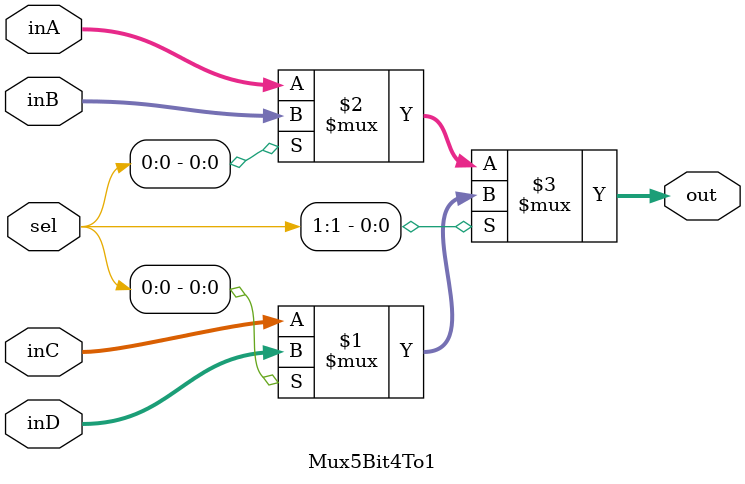
<source format=v>
`timescale 1ns / 1ps


module Mux5Bit4To1(out, inA, inB, inC, inD, sel);

    output [4:0] out;
    
    input [4:0] inA, inB, inC, inD;
    input [1:0] sel;
    
    // TRUTH TABLE //

    // Sel |  Out  //

    //  00  |  inA  //
    //  01  |  inB  //
    //  10  |  inC  //
    //  11  |  inD  //

    /*always @ (sel)
    begin
        case (sel)
        2'b00: out <= inA;
        2'b01: out <= inB;
        2'b10: out <= inC;
        2'b11: out <= inD;
        endcase
    end*/

    assign out = sel[1] ? (sel[0] ? inD : inC) : (sel[0] ? inB : inA);

endmodule

</source>
